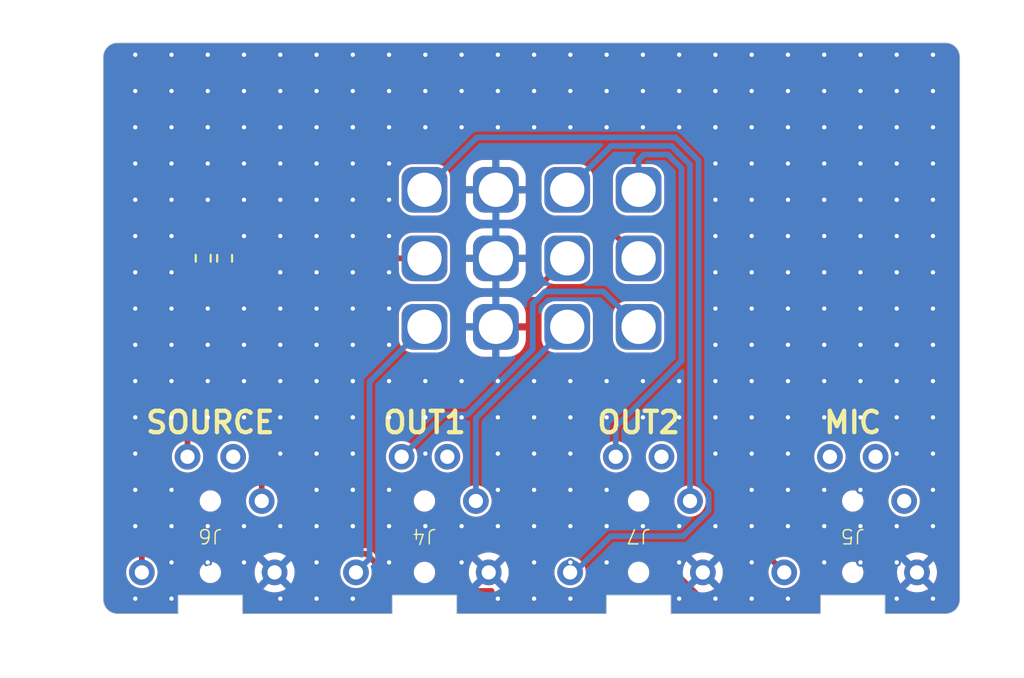
<source format=kicad_pcb>
(kicad_pcb (version 20221018) (generator pcbnew)
  (title_block (title "AUX SWITCH") (date "2023-08-06") (rev "v1.0") (company " cb-technology"))
  (layers (0 "F.Cu" signal) (31 "B.Cu" signal) (34 "B.Paste" user) (35 "F.Paste" user) (36 "B.SilkS" user "B.Silkscreen") (37 "F.SilkS" user "F.Silkscreen") (38 "B.Mask" user) (39 "F.Mask" user) (44 "Edge.Cuts" user))
  (net 0 "")
  (net 1 "/M_IN_SW")
  (net 2 "Net-(J4-G)")
  (net 3 "/L_IN")
  (net 4 "/R_IN")
  (net 5 "/M_OUT1")
  (net 6 "/L_OUT1")
  (net 7 "/M_OUT2")
  (net 8 "/L_OUT2")
  (net 9 "/R_OUT2")
  (net 10 "/M_MIC")
  (net 13 "/M_IN")
  (net 14 "/R_OUT1")
  (footprint "J_Connector:AudioJack_STX-35061-4T" (layer "F.Cu") (at 147.5 115 180)
    (fp_text reference "J6" (at 0 2.54 180 unlocked) (layer "F.SilkS") (effects (font (thickness 0.1))))
    (fp_text value "AudioJack_Stereo+Mic")
    (fp_line (start -2.25 -2.9) (end -5.5 -2.9) (stroke (width 0.05)) (layer "Edge.Cuts"))
    (fp_line (start -2.25 -2.9) (end -2.25 -1.6) (stroke (width 0.05)) (layer "Edge.Cuts"))
    (fp_line (start -2.25 -1.6) (end 2.25 -1.6) (stroke (width 0.05)) (layer "Edge.Cuts"))
    (fp_line (start 2.25 -2.9) (end 5.5 -2.9) (stroke (width 0.05)) (layer "Edge.Cuts"))
    (fp_line (start 2.25 -1.6) (end 2.25 -2.9) (stroke (width 0.05)) (layer "Edge.Cuts"))
    (pad "" np_thru_hole circle (at 0 0 180) (size 1 1) (drill 1) (layers "F&B.Cu" "*.Mask"))
    (pad "" np_thru_hole circle (at 0 5 180) (size 1 1) (drill 1) (layers "F&B.Cu" "*.Mask"))
    (pad "1" thru_hole circle (at 4.8 0 180) (size 1.8 1.8) (drill 1) (layers "*.Cu" "*.Mask") (net 13 "/M_IN"))
    (pad "2" thru_hole circle (at -3.6 5 180) (size 1.8 1.8) (drill 1) (layers "*.Cu" "*.Mask") (net 3 "/L_IN"))
    (pad "3" thru_hole circle (at 1.6 8.1 180) (size 1.8 1.8) (drill 1) (layers "*.Cu" "*.Mask") (net 4 "/R_IN"))
    (pad "4" thru_hole circle (at -4.5 0 180) (size 1.8 1.8) (drill 1) (layers "*.Cu" "*.Mask") (net 2 "Net-(J4-G)"))
    (pad "7" thru_hole circle (at -1.6 8.1 180) (size 1.8 1.8) (drill 1) (layers "*.Cu" "*.Mask"))
  )
  (footprint "R_Resistor:R_0603" (layer "F.Cu") (at 147 93 -90)
    (fp_text reference "R1" hide)
    (fp_text value "0R" hide)
    (fp_line (start -0.237258 -0.5225) (end 0.237258 -0.5225) (stroke (width 0.15)) (layer "F.SilkS"))
    (fp_line (start -0.237258 0.5225) (end 0.237258 0.5225) (stroke (width 0.15)) (layer "F.SilkS"))
    (pad "1" smd roundrect (at -0.825 0 270) (size 0.8 0.95) (layers "F.Cu" "F.Paste" "F.Mask") (net 1 "/M_IN_SW"))
    (pad "2" smd roundrect (at 0.825 0 270) (size 0.8 0.95) (layers "F.Cu" "F.Paste" "F.Mask") (net 13 "/M_IN"))
  )
  (footprint "J_Connector:Pins-2.54-1x4" (layer "F.Cu") (at 162.5 93 90)
    (fp_text reference "J1" hide)
    (fp_text value "Pins_2.54_1x4" hide)
    (pad "1" thru_hole roundrect (at 0 0 90) (size 3.2 3.2) (drill 2.4) (layers "*.Cu" "*.Mask") (net 1 "/M_IN_SW"))
    (pad "2" thru_hole roundrect (at 0 5 90) (size 3.2 3.2) (drill 2.4) (layers "*.Cu" "*.Mask") (net 2 "Net-(J4-G)"))
    (pad "3" thru_hole roundrect (at 0 10 90) (size 3.2 3.2) (drill 2.4) (layers "*.Cu" "*.Mask") (net 3 "/L_IN"))
    (pad "4" thru_hole roundrect (at 0 15 90) (size 3.2 3.2) (drill 2.4) (layers "*.Cu" "*.Mask") (net 4 "/R_IN"))
  )
  (footprint "R_Resistor:R_0603" (layer "F.Cu") (at 148.5 93 90)
    (fp_text reference "R2" hide)
    (fp_text value "0R" hide)
    (fp_line (start -0.237258 -0.5225) (end 0.237258 -0.5225) (stroke (width 0.15)) (layer "F.SilkS"))
    (fp_line (start -0.237258 0.5225) (end 0.237258 0.5225) (stroke (width 0.15)) (layer "F.SilkS"))
    (pad "1" smd roundrect (at -0.825 0 90) (size 0.8 0.95) (layers "F.Cu" "F.Paste" "F.Mask") (net 13 "/M_IN"))
    (pad "2" smd roundrect (at 0.825 0 90) (size 0.8 0.95) (layers "F.Cu" "F.Paste" "F.Mask") (net 10 "/M_MIC"))
  )
  (footprint "J_Connector:AudioJack_STX-35061-4T" (layer "F.Cu") (at 162.5 115 180)
    (fp_text reference "J4" (at 0 2.54 180 unlocked) (layer "F.SilkS") (effects (font (thickness 0.1))))
    (fp_text value "AudioJack_Stereo+Mic")
    (fp_line (start -2.25 -2.9) (end -5.5 -2.9) (stroke (width 0.05)) (layer "Edge.Cuts"))
    (fp_line (start -2.25 -2.9) (end -2.25 -1.6) (stroke (width 0.05)) (layer "Edge.Cuts"))
    (fp_line (start -2.25 -1.6) (end 2.25 -1.6) (stroke (width 0.05)) (layer "Edge.Cuts"))
    (fp_line (start 2.25 -2.9) (end 5.5 -2.9) (stroke (width 0.05)) (layer "Edge.Cuts"))
    (fp_line (start 2.25 -1.6) (end 2.25 -2.9) (stroke (width 0.05)) (layer "Edge.Cuts"))
    (pad "" np_thru_hole circle (at 0 0 180) (size 1 1) (drill 1) (layers "F&B.Cu" "*.Mask"))
    (pad "" np_thru_hole circle (at 0 5 180) (size 1 1) (drill 1) (layers "F&B.Cu" "*.Mask"))
    (pad "1" thru_hole circle (at 4.8 0 180) (size 1.8 1.8) (drill 1) (layers "*.Cu" "*.Mask") (net 5 "/M_OUT1"))
    (pad "2" thru_hole circle (at -3.6 5 180) (size 1.8 1.8) (drill 1) (layers "*.Cu" "*.Mask") (net 6 "/L_OUT1"))
    (pad "3" thru_hole circle (at 1.6 8.1 180) (size 1.8 1.8) (drill 1) (layers "*.Cu" "*.Mask") (net 14 "/R_OUT1"))
    (pad "4" thru_hole circle (at -4.5 0 180) (size 1.8 1.8) (drill 1) (layers "*.Cu" "*.Mask") (net 2 "Net-(J4-G)"))
    (pad "7" thru_hole circle (at -1.6 8.1 180) (size 1.8 1.8) (drill 1) (layers "*.Cu" "*.Mask"))
  )
  (footprint "J_Connector:AudioJack_STX-35061-4T" (layer "F.Cu") (at 177.5 115 180)
    (fp_text reference "J7" (at 0 2.54 180 unlocked) (layer "F.SilkS") (effects (font (thickness 0.1))))
    (fp_text value "AudioJack_Stereo+Mic")
    (fp_line (start -2.25 -2.9) (end -5.5 -2.9) (stroke (width 0.05)) (layer "Edge.Cuts"))
    (fp_line (start -2.25 -2.9) (end -2.25 -1.6) (stroke (width 0.05)) (layer "Edge.Cuts"))
    (fp_line (start -2.25 -1.6) (end 2.25 -1.6) (stroke (width 0.05)) (layer "Edge.Cuts"))
    (fp_line (start 2.25 -2.9) (end 5.5 -2.9) (stroke (width 0.05)) (layer "Edge.Cuts"))
    (fp_line (start 2.25 -1.6) (end 2.25 -2.9) (stroke (width 0.05)) (layer "Edge.Cuts"))
    (pad "" np_thru_hole circle (at 0 0 180) (size 1 1) (drill 1) (layers "F&B.Cu" "*.Mask"))
    (pad "" np_thru_hole circle (at 0 5 180) (size 1 1) (drill 1) (layers "F&B.Cu" "*.Mask"))
    (pad "1" thru_hole circle (at 4.8 0 180) (size 1.8 1.8) (drill 1) (layers "*.Cu" "*.Mask") (net 7 "/M_OUT2"))
    (pad "2" thru_hole circle (at -3.6 5 180) (size 1.8 1.8) (drill 1) (layers "*.Cu" "*.Mask") (net 8 "/L_OUT2"))
    (pad "3" thru_hole circle (at 1.6 8.1 180) (size 1.8 1.8) (drill 1) (layers "*.Cu" "*.Mask") (net 9 "/R_OUT2"))
    (pad "4" thru_hole circle (at -4.5 0 180) (size 1.8 1.8) (drill 1) (layers "*.Cu" "*.Mask") (net 2 "Net-(J4-G)"))
    (pad "7" thru_hole circle (at -1.6 8.1 180) (size 1.8 1.8) (drill 1) (layers "*.Cu" "*.Mask"))
  )
  (footprint "J_Connector:AudioJack_STX-35061-4T" (layer "F.Cu") (at 192.5 115 180)
    (fp_text reference "J5" (at 0 2.54 180 unlocked) (layer "F.SilkS") (effects (font (thickness 0.1))))
    (fp_text value "AudioJack_Stereo+Mic")
    (fp_line (start -2.25 -2.9) (end -5.5 -2.9) (stroke (width 0.05)) (layer "Edge.Cuts"))
    (fp_line (start -2.25 -2.9) (end -2.25 -1.6) (stroke (width 0.05)) (layer "Edge.Cuts"))
    (fp_line (start -2.25 -1.6) (end 2.25 -1.6) (stroke (width 0.05)) (layer "Edge.Cuts"))
    (fp_line (start 2.25 -2.9) (end 5.5 -2.9) (stroke (width 0.05)) (layer "Edge.Cuts"))
    (fp_line (start 2.25 -1.6) (end 2.25 -2.9) (stroke (width 0.05)) (layer "Edge.Cuts"))
    (pad "" np_thru_hole circle (at 0 0 180) (size 1 1) (drill 1) (layers "F&B.Cu" "*.Mask"))
    (pad "" np_thru_hole circle (at 0 5 180) (size 1 1) (drill 1) (layers "F&B.Cu" "*.Mask"))
    (pad "1" thru_hole circle (at 4.8 0 180) (size 1.8 1.8) (drill 1) (layers "*.Cu" "*.Mask") (net 10 "/M_MIC"))
    (pad "2" thru_hole circle (at -3.6 5 180) (size 1.8 1.8) (drill 1) (layers "*.Cu" "*.Mask"))
    (pad "3" thru_hole circle (at 1.6 8.1 180) (size 1.8 1.8) (drill 1) (layers "*.Cu" "*.Mask"))
    (pad "4" thru_hole circle (at -4.5 0 180) (size 1.8 1.8) (drill 1) (layers "*.Cu" "*.Mask") (net 2 "Net-(J4-G)"))
    (pad "7" thru_hole circle (at -1.6 8.1 180) (size 1.8 1.8) (drill 1) (layers "*.Cu" "*.Mask"))
  )
  (footprint "J_Connector:Pins-2.54-1x4" (layer "F.Cu") (at 162.5 88.2 90)
    (fp_text reference "J3" hide)
    (fp_text value "Pins_2.54_1x4" hide)
    (pad "1" thru_hole roundrect (at 0 0 90) (size 3.2 3.2) (drill 2.4) (layers "*.Cu" "*.Mask") (net 7 "/M_OUT2"))
    (pad "2" thru_hole roundrect (at 0 5 90) (size 3.2 3.2) (drill 2.4) (layers "*.Cu" "*.Mask") (net 2 "Net-(J4-G)"))
    (pad "3" thru_hole roundrect (at 0 10 90) (size 3.2 3.2) (drill 2.4) (layers "*.Cu" "*.Mask") (net 8 "/L_OUT2"))
    (pad "4" thru_hole roundrect (at 0 15 90) (size 3.2 3.2) (drill 2.4) (layers "*.Cu" "*.Mask") (net 9 "/R_OUT2"))
  )
  (footprint "J_Connector:Pins-2.54-1x4" (layer "F.Cu") (at 162.5 97.8 90)
    (fp_text reference "J2" hide)
    (fp_text value "Pins_2.54_1x4" hide)
    (pad "1" thru_hole roundrect (at 0 0 90) (size 3.2 3.2) (drill 2.4) (layers "*.Cu" "*.Mask") (net 5 "/M_OUT1"))
    (pad "2" thru_hole roundrect (at 0 5 90) (size 3.2 3.2) (drill 2.4) (layers "*.Cu" "*.Mask") (net 2 "Net-(J4-G)"))
    (pad "3" thru_hole roundrect (at 0 10 90) (size 3.2 3.2) (drill 2.4) (layers "*.Cu" "*.Mask") (net 6 "/L_OUT1"))
    (pad "4" thru_hole roundrect (at 0 15 90) (size 3.2 3.2) (drill 2.4) (layers "*.Cu" "*.Mask") (net 14 "/R_OUT1"))
  )
  (gr_line (start 157 117.9) (end 153 117.9) (stroke (width 0.05)) (layer "Edge.Cuts"))
  (gr_arc (start 199 77.9) (mid 199.707106 78.192894) (end 200 78.9) (stroke (width 0.05)) (layer "Edge.Cuts"))
  (gr_arc (start 200 116.9) (mid 199.707107 117.607106) (end 199 117.9) (stroke (width 0.05)) (layer "Edge.Cuts"))
  (gr_line (start 172 117.9) (end 168 117.9) (stroke (width 0.05)) (layer "Edge.Cuts"))
  (gr_line (start 200 116.9) (end 200 78.9) (stroke (width 0.05)) (layer "Edge.Cuts"))
  (gr_arc (start 140 78.9) (mid 140.292893 78.192894) (end 141 77.9) (stroke (width 0.05)) (layer "Edge.Cuts"))
  (gr_line (start 187 117.9) (end 183 117.9) (stroke (width 0.05)) (layer "Edge.Cuts"))
  (gr_line (start 198 117.9) (end 199 117.9) (stroke (width 0.05)) (layer "Edge.Cuts"))
  (gr_arc (start 141 117.9) (mid 140.292894 117.607107) (end 140 116.9) (stroke (width 0.05)) (layer "Edge.Cuts"))
  (gr_line (start 142 117.9) (end 141 117.9) (stroke (width 0.05)) (layer "Edge.Cuts"))
  (gr_line (start 199 77.9) (end 141 77.9) (stroke (width 0.05)) (layer "Edge.Cuts"))
  (gr_line (start 140 78.9) (end 140 116.9) (stroke (width 0.05)) (layer "Edge.Cuts"))
  (gr_text "MIC" (at 192.5 104.5) (layer "F.SilkS") (effects (font (size 1.5 1.5) (thickness 0.3) bold)))
  (gr_text "OUT1" (at 162.5 104.5) (layer "F.SilkS") (effects (font (size 1.5 1.5) (thickness 0.3) bold)))
  (gr_text "SOURCE" (at 147.5 104.5) (layer "F.SilkS") (effects (font (size 1.5 1.5) (thickness 0.3) bold)))
  (gr_text "OUT2" (at 177.5 104.5) (layer "F.SilkS") (effects (font (size 1.5 1.5) (thickness 0.3) bold)))
  (segment (start 147 91.9886) (end 147.8026 91.186) (width 0.4) (layer "F.Cu") (net 1))
  (segment (start 147.8026 91.186) (end 148.8694 91.186) (width 0.4) (layer "F.Cu") (net 1))
  (segment (start 148.8694 91.186) (end 150.6834 93) (width 0.4) (layer "F.Cu") (net 1))
  (segment (start 150.6834 93) (end 162.5 93) (width 0.4) (layer "F.Cu") (net 1))
  (segment (start 147 92.175) (end 147 91.9886) (width 0.4) (layer "F.Cu") (net 1))
  (via (at 170.18 116.84) (size 0.6) (drill 0.3) (layers "F.Cu" "B.Cu") (net 2))
  (via (at 180.34 83.82) (size 0.6) (drill 0.3) (layers "F.Cu" "B.Cu") (net 2))
  (via (at 172.72 106.68) (size 0.6) (drill 0.3) (layers "F.Cu" "B.Cu") (net 2))
  (via (at 165.1 83.82) (size 0.6) (drill 0.3) (layers "F.Cu" "B.Cu") (net 2))
  (via (at 193.04 114.3) (size 0.6) (drill 0.3) (layers "F.Cu" "B.Cu") (net 2))
  (via (at 160.02 81.28) (size 0.6) (drill 0.3) (layers "F.Cu" "B.Cu") (net 2))
  (via (at 198.12 96.52) (size 0.6) (drill 0.3) (layers "F.Cu" "B.Cu") (net 2))
  (via (at 142.24 116.84) (size 0.6) (drill 0.3) (layers "F.Cu" "B.Cu") (net 2))
  (via (at 187.96 111.76) (size 0.6) (drill 0.3) (layers "F.Cu" "B.Cu") (net 2))
  (via (at 167.64 78.74) (size 0.6) (drill 0.3) (layers "F.Cu" "B.Cu") (net 2))
  (via (at 170.18 78.74) (size 0.6) (drill 0.3) (layers "F.Cu" "B.Cu") (net 2))
  (via (at 172.72 78.74) (size 0.6) (drill 0.3) (layers "F.Cu" "B.Cu") (net 2))
  (via (at 162.56 106.68) (size 0.6) (drill 0.3) (layers "F.Cu" "B.Cu") (net 2))
  (via (at 147.32 104.14) (size 0.6) (drill 0.3) (layers "F.Cu" "B.Cu") (net 2))
  (via (at 142.24 78.74) (size 0.6) (drill 0.3) (layers "F.Cu" "B.Cu") (net 2))
  (via (at 154.94 116.84) (size 0.6) (drill 0.3) (layers "F.Cu" "B.Cu") (net 2))
  (via (at 144.78 96.52) (size 0.6) (drill 0.3) (layers "F.Cu" "B.Cu") (net 2))
  (via (at 185.42 88.9) (size 0.6) (drill 0.3) (layers "F.Cu" "B.Cu") (net 2))
  (via (at 144.78 101.6) (size 0.6) (drill 0.3) (layers "F.Cu" "B.Cu") (net 2))
  (via (at 160.02 83.82) (size 0.6) (drill 0.3) (layers "F.Cu" "B.Cu") (net 2))
  (via (at 152.4 101.6) (size 0.6) (drill 0.3) (layers "F.Cu" "B.Cu") (net 2))
  (via (at 144.78 83.82) (size 0.6) (drill 0.3) (layers "F.Cu" "B.Cu") (net 2))
  (via (at 190.5 78.74) (size 0.6) (drill 0.3) (layers "F.Cu" "B.Cu") (net 2))
  (via (at 185.42 111.76) (size 0.6) (drill 0.3) (layers "F.Cu" "B.Cu") (net 2))
  (via (at 187.96 101.6) (size 0.6) (drill 0.3) (layers "F.Cu" "B.Cu") (net 2))
  (via (at 182.88 104.14) (size 0.6) (drill 0.3) (layers "F.Cu" "B.Cu") (net 2))
  (via (at 142.24 111.76) (size 0.6) (drill 0.3) (layers "F.Cu" "B.Cu") (net 2))
  (via (at 193.04 101.6) (size 0.6) (drill 0.3) (layers "F.Cu" "B.Cu") (net 2))
  (via (at 142.24 88.9) (size 0.6) (drill 0.3) (layers "F.Cu" "B.Cu") (net 2))
  (via (at 157.48 93.98) (size 0.6) (drill 0.3) (layers "F.Cu" "B.Cu") (net 2))
  (via (at 165.1 114.3) (size 0.6) (drill 0.3) (layers "F.Cu" "B.Cu") (net 2))
  (via (at 154.94 109.22) (size 0.6) (drill 0.3) (layers "F.Cu" "B.Cu") (net 2))
  (via (at 195.58 78.74) (size 0.6) (drill 0.3) (layers "F.Cu" "B.Cu") (net 2))
  (via (at 185.42 101.6) (size 0.6) (drill 0.3) (layers "F.Cu" "B.Cu") (net 2))
  (via (at 157.48 83.82) (size 0.6) (drill 0.3) (layers "F.Cu" "B.Cu") (net 2))
  (via (at 177.8 78.74) (size 0.6) (drill 0.3) (layers "F.Cu" "B.Cu") (net 2))
  (via (at 154.94 99.06) (size 0.6) (drill 0.3) (layers "F.Cu" "B.Cu") (net 2))
  (via (at 152.4 106.68) (size 0.6) (drill 0.3) (layers "F.Cu" "B.Cu") (net 2))
  (via (at 195.58 86.36) (size 0.6) (drill 0.3) (layers "F.Cu" "B.Cu") (net 2))
  (via (at 198.12 104.14) (size 0.6) (drill 0.3) (layers "F.Cu" "B.Cu") (net 2))
  (via (at 177.8 81.28) (size 0.6) (drill 0.3) (layers "F.Cu" "B.Cu") (net 2))
  (via (at 170.18 106.68) (size 0.6) (drill 0.3) (layers "F.Cu" "B.Cu") (net 2))
  (via (at 144.78 116.84) (size 0.6) (drill 0.3) (layers "F.Cu" "B.Cu") (net 2))
  (via (at 142.24 86.36) (size 0.6) (drill 0.3) (layers "F.Cu" "B.Cu") (net 2))
  (via (at 152.4 99.06) (size 0.6) (drill 0.3) (layers "F.Cu" "B.Cu") (net 2))
  (via (at 182.88 81.28) (size 0.6) (drill 0.3) (layers "F.Cu" "B.Cu") (net 2))
  (via (at 185.42 116.84) (size 0.6) (drill 0.3) (layers "F.Cu" "B.Cu") (net 2))
  (via (at 147.32 83.82) (size 0.6) (drill 0.3) (layers "F.Cu" "B.Cu") (net 2))
  (via (at 149.86 91.44) (size 0.6) (drill 0.3) (layers "F.Cu" "B.Cu") (net 2))
  (via (at 149.86 111.76) (size 0.6) (drill 0.3) (layers "F.Cu" "B.Cu") (net 2))
  (via (at 154.94 78.74) (size 0.6) (drill 0.3) (layers "F.Cu" "B.Cu") (net 2))
  (via (at 195.58 91.44) (size 0.6) (drill 0.3) (layers "F.Cu" "B.Cu") (net 2))
  (via (at 144.78 99.06) (size 0.6) (drill 0.3) (layers "F.Cu" "B.Cu") (net 2))
  (via (at 185.42 78.74) (size 0.6) (drill 0.3) (layers "F.Cu" "B.Cu") (net 2))
  (via (at 172.72 109.22) (size 0.6) (drill 0.3) (layers "F.Cu" "B.Cu") (net 2))
  (via (at 187.96 104.14) (size 0.6) (drill 0.3) (layers "F.Cu" "B.Cu") (net 2))
  (via (at 177.8 104.14) (size 0.6) (drill 0.3) (layers "F.Cu" "B.Cu") (net 2))
  (via (at 152.4 91.44) (size 0.6) (drill 0.3) (layers "F.Cu" "B.Cu") (net 2))
  (via (at 160.02 109.22) (size 0.6) (drill 0.3) (layers "F.Cu" "B.Cu") (net 2))
  (via (at 182.88 83.82) (size 0.6) (drill 0.3) (layers "F.Cu" "B.Cu") (net 2))
  (via (at 149.86 101.6) (size 0.6) (drill 0.3) (layers "F.Cu" "B.Cu") (net 2))
  (via (at 190.5 81.28) (size 0.6) (drill 0.3) (layers "F.Cu" "B.Cu") (net 2))
  (via (at 152.4 81.28) (size 0.6) (drill 0.3) (layers "F.Cu" "B.Cu") (net 2))
  (via (at 154.94 114.3) (size 0.6) (drill 0.3) (layers "F.Cu" "B.Cu") (net 2))
  (via (at 195.58 106.68) (size 0.6) (drill 0.3) (layers "F.Cu" "B.Cu") (net 2))
  (via (at 193.04 91.44) (size 0.6) (drill 0.3) (layers "F.Cu" "B.Cu") (net 2))
  (via (at 187.96 81.28) (size 0.6) (drill 0.3) (layers "F.Cu" "B.Cu") (net 2))
  (via (at 187.96 91.44) (size 0.6) (drill 0.3) (layers "F.Cu" "B.Cu") (net 2))
  (via (at 190.5 101.6) (size 0.6) (drill 0.3) (layers "F.Cu" "B.Cu") (net 2))
  (via (at 182.88 83.82) (size 0.6) (drill 0.3) (layers "F.Cu" "B.Cu") (net 2))
  (via (at 162.56 101.6) (size 0.6) (drill 0.3) (layers "F.Cu" "B.Cu") (net 2))
  (via (at 182.88 88.9) (size 0.6) (drill 0.3) (layers "F.Cu" "B.Cu") (net 2))
  (via (at 147.32 81.28) (size 0.6) (drill 0.3) (layers "F.Cu" "B.Cu") (net 2))
  (via (at 172.72 114.3) (size 0.6) (drill 0.3) (layers "F.Cu" "B.Cu") (net 2))
  (via (at 180.34 101.6) (size 0.6) (drill 0.3) (layers "F.Cu" "B.Cu") (net 2))
  (via (at 190.5 83.82) (size 0.6) (drill 0.3) (layers "F.Cu" "B.Cu") (net 2))
  (via (at 157.48 88.9) (size 0.6) (drill 0.3) (layers "F.Cu" "B.Cu") (net 2))
  (via (at 172.72 101.6) (size 0.6) (drill 0.3) (layers "F.Cu" "B.Cu") (net 2))
  (via (at 198.12 81.28) (size 0.6) (drill 0.3) (layers "F.Cu" "B.Cu") (net 2))
  (via (at 187.96 86.36) (size 0.6) (drill 0.3) (layers "F.Cu" "B.Cu") (net 2))
  (via (at 167.64 111.76) (size 0.6) (drill 0.3) (layers "F.Cu" "B.Cu") (net 2))
  (via (at 144.78 78.74) (size 0.6) (drill 0.3) (layers "F.Cu" "B.Cu") (net 2))
  (via (at 170.18 101.6) (size 0.6) (drill 0.3) (layers "F.Cu" "B.Cu") (net 2))
  (via (at 157.48 81.28) (size 0.6) (drill 0.3) (layers "F.Cu" "B.Cu") (net 2))
  (via (at 182.88 101.6) (size 0.6) (drill 0.3) (layers "F.Cu" "B.Cu") (net 2))
  (via (at 144.78 104.14) (size 0.6) (drill 0.3) (layers "F.Cu" "B.Cu") (net 2))
  (via (at 152.4 83.82) (size 0.6) (drill 0.3) (layers "F.Cu" "B.Cu") (net 2))
  (via (at 182.88 106.68) (size 0.6) (drill 0.3) (layers "F.Cu" "B.Cu") (net 2))
  (via (at 144.78 109.22) (size 0.6) (drill 0.3) (layers "F.Cu" "B.Cu") (net 2))
  (via (at 193.04 96.52) (size 0.6) (drill 0.3) (layers "F.Cu" "B.Cu") (net 2))
  (via (at 190.5 109.22) (size 0.6) (drill 0.3) (layers "F.Cu" "B.Cu") (net 2))
  (via (at 152.4 104.14) (size 0.6) (drill 0.3) (layers "F.Cu" "B.Cu") (net 2))
  (via (at 187.96 106.68) (size 0.6) (drill 0.3) (layers "F.Cu" "B.Cu") (net 2))
  (via (at 144.78 114.3) (size 0.6) (drill 0.3) (layers "F.Cu" "B.Cu") (net 2))
  (via (at 154.94 96.52) (size 0.6) (drill 0.3) (layers "F.Cu" "B.Cu") (net 2))
  (via (at 180.34 104.14) (size 0.6) (drill 0.3) (layers "F.Cu" "B.Cu") (net 2))
  (via (at 142.24 96.52) (size 0.6) (drill 0.3) (layers "F.Cu" "B.Cu") (net 2))
  (via (at 142.24 104.14) (size 0.6) (drill 0.3) (layers "F.Cu" "B.Cu") (net 2))
  (via (at 154.94 93.98) (size 0.6) (drill 0.3) (layers "F.Cu" "B.Cu") (net 2))
  (via (at 142.24 81.28) (size 0.6) (drill 0.3) (layers "F.Cu" "B.Cu") (net 2))
  (via (at 195.58 104.14) (size 0.6) (drill 0.3) (layers "F.Cu" "B.Cu") (net 2))
  (via (at 198.12 91.44) (size 0.6) (drill 0.3) (layers "F.Cu" "B.Cu") (net 2))
  (via (at 170.18 114.3) (size 0.6) (drill 0.3) (layers "F.Cu" "B.Cu") (net 2))
  (via (at 154.94 104.14) (size 0.6) (drill 0.3) (layers "F.Cu" "B.Cu") (net 2))
  (via (at 175.26 111.76) (size 0.6) (drill 0.3) (layers "F.Cu" "B.Cu") (net 2))
  (via (at 185.42 91.44) (size 0.6) (drill 0.3) (layers "F.Cu" "B.Cu") (net 2))
  (via (at 157.48 91.44) (size 0.6) (drill 0.3) (layers "F.Cu" "B.Cu") (net 2))
  (via (at 147.32 88.9) (size 0.6) (drill 0.3) (layers "F.Cu" "B.Cu") (net 2))
  (via (at 180.34 114.3) (size 0.6) (drill 0.3) (layers "F.Cu" "B.Cu") (net 2))
  (via (at 193.04 78.74) (size 0.6) (drill 0.3) (layers "F.Cu" "B.Cu") (net 2))
  (via (at 160.02 101.6) (size 0.6) (drill 0.3) (layers "F.Cu" "B.Cu") (net 2))
  (via (at 160.02 93.98) (size 0.6) (drill 0.3) (layers "F.Cu" "B.Cu") (net 2))
  (via (at 157.48 106.68) (size 0.6) (drill 0.3) (layers "F.Cu" "B.Cu") (net 2))
  (via (at 195.58 88.9) (size 0.6) (drill 0.3) (layers "F.Cu" "B.Cu") (net 2))
  (via (at 142.24 83.82) (size 0.6) (drill 0.3) (layers "F.Cu" "B.Cu") (net 2))
  (via (at 198.12 88.9) (size 0.6) (drill 0.3) (layers "F.Cu" "B.Cu") (net 2))
  (via (at 157.48 106.68) (size 0.6) (drill 0.3) (layers "F.Cu" "B.Cu") (net 2))
  (via (at 157.48 111.76) (size 0.6) (drill 0.3) (layers "F.Cu" "B.Cu") (net 2))
  (via (at 157.48 109.22) (size 0.6) (drill 0.3) (layers "F.Cu" "B.Cu") (net 2))
  (via (at 182.88 116.84) (size 0.6) (drill 0.3) (layers "F.Cu" "B.Cu") (net 2))
  (via (at 198.12 99.06) (size 0.6) (drill 0.3) (layers "F.Cu" "B.Cu") (net 2))
  (via (at 193.04 83.82) (size 0.6) (drill 0.3) (layers "F.Cu" "B.Cu") (net 2))
  (via (at 157.48 86.36) (size 0.6) (drill 0.3) (layers "F.Cu" "B.Cu") (net 2))
  (via (at 190.5 114.3) (size 0.6) (drill 0.3) (layers "F.Cu" "B.Cu") (net 2))
  (via (at 147.32 111.76) (size 0.6) (drill 0.3) (layers "F.Cu" "B.Cu") (net 2))
  (via (at 154.94 106.68) (size 0.6) (drill 0.3) (layers "F.Cu" "B.Cu") (net 2))
  (via (at 154.94 88.9) (size 0.6) (drill 0.3) (layers "F.Cu" "B.Cu") (net 2))
  (via (at 162.56 81.28) (size 0.6) (drill 0.3) (layers "F.Cu" "B.Cu") (net 2))
  (via (at 165.1 111.76) (size 0.6) (drill 0.3) (layers "F.Cu" "B.Cu") (net 2))
  (via (at 182.88 81.28) (size 0.6) (drill 0.3) (layers "F.Cu" "B.Cu") (net 2))
  (via (at 175.26 101.6) (size 0.6) (drill 0.3) (layers "F.Cu" "B.Cu") (net 2))
  (via (at 182.88 91.44) (size 0.6) (drill 0.3) (layers "F.Cu" "B.Cu") (net 2))
  (via (at 172.72 116.84) (size 0.6) (drill 0.3) (layers "F.Cu" "B.Cu") (net 2))
  (via (at 165.1 78.74) (size 0.6) (drill 0.3) (layers "F.Cu" "B.Cu") (net 2))
  (via (at 195.58 99.06) (size 0.6) (drill 0.3) (layers "F.Cu" "B.Cu") (net 2))
  (via (at 162.56 104.14) (size 0.6) (drill 0.3) (layers "F.Cu" "B.Cu") (net 2))
  (via (at 162.56 83.82) (size 0.6) (drill 0.3) (layers "F.Cu" "B.Cu") (net 2))
  (via (at 182.88 111.76) (size 0.6) (drill 0.3) (layers "F.Cu" "B.Cu") (net 2))
  (via (at 198.12 78.74) (size 0.6) (drill 0.3) (layers "F.Cu" "B.Cu") (net 2))
  (via (at 167.64 83.82) (size 0.6) (drill 0.3) (layers "F.Cu" "B.Cu") (net 2))
  (via (at 198.12 106.68) (size 0.6) (drill 0.3) (layers "F.Cu" "B.Cu") (net 2))
  (via (at 154.94 83.82) (size 0.6) (drill 0.3) (layers "F.Cu" "B.Cu") (net 2))
  (via (at 147.32 96.52) (size 0.6) (drill 0.3) (layers "F.Cu" "B.Cu") (net 2))
  (via (at 190.5 88.9) (size 0.6) (drill 0.3) (layers "F.Cu" "B.Cu") (net 2))
  (via (at 160.02 91.44) (size 0.6) (drill 0.3) (layers "F.Cu" "B.Cu") (net 2))
  (via (at 147.32 114.3) (size 0.6) (drill 0.3) (layers "F.Cu" "B.Cu") (net 2))
  (via (at 180.34 78.74) (size 0.6) (drill 0.3) (layers "F.Cu" "B.Cu") (net 2))
  (via (at 172.72 104.14) (size 0.6) (drill 0.3) (layers "F.Cu" "B.Cu") (net 2))
  (via (at 149.86 99.06) (size 0.6) (drill 0.3) (layers "F.Cu" "B.Cu") (net 2))
  (via (at 175.26 81.28) (size 0.6) (drill 0.3) (layers "F.Cu" "B.Cu") (net 2))
  (via (at 160.02 88.9) (size 0.6) (drill 0.3) (layers "F.Cu" "B.Cu") (net 2))
  (via (at 193.04 88.9) (size 0.6) (drill 0.3) (layers "F.Cu" "B.Cu") (net 2))
  (via (at 185.42 114.3) (size 0.6) (drill 0.3) (layers "F.Cu" "B.Cu") (net 2))
  (via (at 177.8 83.82) (size 0.6) (drill 0.3) (layers "F.Cu" "B.Cu") (net 2))
  (via (at 175.26 78.74) (size 0.6) (drill 0.3) (layers "F.Cu" "B.Cu") (net 2))
  (via (at 160.02 104.14) (size 0.6) (drill 0.3) (layers "F.Cu" "B.Cu") (net 2))
  (via (at 190.5 99.06) (size 0.6) (drill 0.3) (layers "F.Cu" "B.Cu") (net 2))
  (via (at 162.56 78.74) (size 0.6) (drill 0.3) (layers "F.Cu" "B.Cu") (net 2))
  (via (at 152.4 78.74) (size 0.6) (drill 0.3) (layers "F.Cu" "B.Cu") (net 2))
  (via (at 144.78 111.76) (size 0.6) (drill 0.3) (layers "F.Cu" "B.Cu") (net 2))
  (via (at 190.5 111.76) (size 0.6) (drill 0.3) (layers "F.Cu" "B.Cu") (net 2))
  (via (at 190.5 104.14) (size 0.6) (drill 0.3) (layers "F.Cu" "B.Cu") (net 2))
  (via (at 157.48 116.84) (size 0.6) (drill 0.3) (layers "F.Cu" "B.Cu") (net 2))
  (via (at 190.5 91.44) (size 0.6) (drill 0.3) (layers "F.Cu" "B.Cu") (net 2))
  (via (at 157.48 104.14) (size 0.6) (drill 0.3) (layers "F.Cu" "B.Cu") (net 2))
  (via (at 157.48 99.06) (size 0.6) (drill 0.3) (layers "F.Cu" "B.Cu") (net 2))
  (via (at 157.48 101.6) (size 0.6) (drill 0.3) (layers "F.Cu" "B.Cu") (net 2))
  (via (at 167.64 81.28) (size 0.6) (drill 0.3) (layers "F.Cu" "B.Cu") (net 2))
  (via (at 152.4 93.98) (size 0.6) (drill 0.3) (layers "F.Cu" "B.Cu") (net 2))
  (via (at 193.04 99.06) (size 0.6) (drill 0.3) (layers "F.Cu" "B.Cu") (net 2))
  (via (at 157.48 104.14) (size 0.6) (drill 0.3) (layers "F.Cu" "B.Cu") (net 2))
  (via (at 142.24 93.98) (size 0.6) (drill 0.3) (layers "F.Cu" "B.Cu") (net 2))
  (via (at 154.94 111.76) (size 0.6) (drill 0.3) (layers "F.Cu" "B.Cu") (net 2))
  (via (at 157.48 109.22) (size 0.6) (drill 0.3) (layers "F.Cu" "B.Cu") (net 2))
  (via (at 162.56 111.76) (size 0.6) (drill 0.3) (layers "F.Cu" "B.Cu") (net 2))
  (via (at 157.48 111.76) (size 0.6) (drill 0.3) (layers "F.Cu" "B.Cu") (net 2))
  (via (at 175.26 109.22) (size 0.6) (drill 0.3) (layers "F.Cu" "B.Cu") (net 2))
  (via (at 187.96 93.98) (size 0.6) (drill 0.3) (layers "F.Cu" "B.Cu") (net 2))
  (via (at 144.78 93.98) (size 0.6) (drill 0.3) (layers "F.Cu" "B.Cu") (net 2))
  (via (at 185.42 96.52) (size 0.6) (drill 0.3) (layers "F.Cu" "B.Cu") (net 2))
  (via (at 193.04 93.98) (size 0.6) (drill 0.3) (layers "F.Cu" "B.Cu") (net 2))
  (via (at 154.94 86.36) (size 0.6) (drill 0.3) (layers "F.Cu" "B.Cu") (net 2))
  (via (at 195.58 96.52) (size 0.6) (drill 0.3) (layers "F.Cu" "B.Cu") (net 2))
  (via (at 177.8 101.6) (size 0.6) (drill 0.3) (layers "F.Cu" "B.Cu") (net 2))
  (via (at 149.86 78.74) (size 0.6) (drill 0.3) (layers "F.Cu" "B.Cu") (net 2))
  (via (at 172.72 83.82) (size 0.6) (drill 0.3) (layers "F.Cu" "B.Cu") (net 2))
  (via (at 182.88 96.52) (size 0.6) (drill 0.3) (layers "F.Cu" "B.Cu") (net 2))
  (via (at 144.78 88.9) (size 0.6) (drill 0.3) (layers "F.Cu" "B.Cu") (net 2))
  (via (at 157.48 83.82) (size 0.6) (drill 0.3) (layers "F.Cu" "B.Cu") (net 2))
  (via (at 142.24 106.68) (size 0.6) (drill 0.3) (layers "F.Cu" "B.Cu") (net 2))
  (via (at 187.96 88.9) (size 0.6) (drill 0.3) (layers "F.Cu" "B.Cu") (net 2))
  (via (at 187.96 109.22) (size 0.6) (drill 0.3) (layers "F.Cu" "B.Cu") (net 2))
  (via (at 152.4 96.52) (size 0.6) (drill 0.3) (layers "F.Cu" "B.Cu") (net 2))
  (via (at 157.48 78.74) (size 0.6) (drill 0.3) (layers "F.Cu" "B.Cu") (net 2))
  (via (at 160.02 86.36) (size 0.6) (drill 0.3) (layers "F.Cu" "B.Cu") (net 2))
  (via (at 198.12 111.76) (size 0.6) (drill 0.3) (layers "F.Cu" "B.Cu") (net 2))
  (via (at 185.42 83.82) (size 0.6) (drill 0.3) (layers "F.Cu" "B.Cu") (net 2))
  (via (at 182.88 86.36) (size 0.6) (drill 0.3) (layers "F.Cu" "B.Cu") (net 2))
  (via (at 170.18 83.82) (size 0.6) (drill 0.3) (layers "F.Cu" "B.Cu") (net 2))
  (via (at 195.58 81.28) (size 0.6) (drill 0.3) (layers "F.Cu" "B.Cu") (net 2))
  (via (at 195.58 83.82) (size 0.6) (drill 0.3) (layers "F.Cu" "B.Cu") (net 2))
  (via (at 182.88 99.06) (size 0.6) (drill 0.3) (layers "F.Cu" "B.Cu") (net 2))
  (via (at 149.86 114.3) (size 0.6) (drill 0.3) (layers "F.Cu" "B.Cu") (net 2))
  (via (at 198.12 86.36) (size 0.6) (drill 0.3) (layers "F.Cu" "B.Cu") (net 2))
  (via (at 170.18 109.22) (size 0.6) (drill 0.3) (layers "F.Cu" "B.Cu") (net 2))
  (via (at 170.18 111.76) (size 0.6) (drill 0.3) (layers "F.Cu" "B.Cu") (net 2))
  (via (at 185.42 106.68) (size 0.6) (drill 0.3) (layers "F.Cu" "B.Cu") (net 2))
  (via (at 154.94 101.6) (size 0.6) (drill 0.3) (layers "F.Cu" "B.Cu") (net 2))
  (via (at 167.64 101.6) (size 0.6) (drill 0.3) (layers "F.Cu" "B.Cu") (net 2))
  (via (at 165.1 104.14) (size 0.6) (drill 0.3) (layers "F.Cu" "B.Cu") (net 2))
  (via (at 177.8 111.76) (size 0.6) (drill 0.3) (layers "F.Cu" "B.Cu") (net 2))
  (via (at 190.5 86.36) (size 0.6) (drill 0.3) (layers "F.Cu" "B.Cu") (net 2))
  (via (at 187.96 78.74) (size 0.6) (drill 0.3) (layers "F.Cu" "B.Cu") (net 2))
  (via (at 152.4 116.84) (size 0.6) (drill 0.3) (layers "F.Cu" "B.Cu") (net 2))
  (via (at 172.72 111.76) (size 0.6) (drill 0.3) (layers "F.Cu" "B.Cu") (net 2))
  (via (at 195.58 114.3) (size 0.6) (drill 0.3) (layers "F.Cu" "B.Cu") (net 2))
  (via (at 193.04 109.22) (size 0.6) (drill 0.3) (layers "F.Cu" "B.Cu") (net 2))
  (via (at 193.04 104.14) (size 0.6) (drill 0.3) (layers "F.Cu" "B.Cu") (net 2))
  (via (at 198.12 116.84) (size 0.6) (drill 0.3) (layers "F.Cu" "B.Cu") (net 2))
  (via (at 144.78 86.36) (size 0.6) (drill 0.3) (layers "F.Cu" "B.Cu") (net 2))
  (via (at 167.64 116.84) (size 0.6) (drill 0.3) (layers "F.Cu" "B.Cu") (net 2))
  (via (at 157.48 101.6) (size 0.6) (drill 0.3) (layers "F.Cu" "B.Cu") (net 2))
  (via (at 154.94 81.28) (size 0.6) (drill 0.3) (layers "F.Cu" "B.Cu") (net 2))
  (via (at 175.26 114.3) (size 0.6) (drill 0.3) (layers "F.Cu" "B.Cu") (net 2))
  (via (at 195.58 101.6) (size 0.6) (drill 0.3) (layers "F.Cu" "B.Cu") (net 2))
  (via (at 185.42 109.22) (size 0.6) (drill 0.3) (layers "F.Cu" "B.Cu") (net 2))
  (via (at 165.1 81.28) (size 0.6) (drill 0.3) (layers "F.Cu" "B.Cu") (net 2))
  (via (at 198.12 101.6) (size 0.6) (drill 0.3) (layers "F.Cu" "B.Cu") (net 2))
  (via (at 182.88 93.98) (size 0.6) (drill 0.3) (layers "F.Cu" "B.Cu") (net 2))
  (via (at 167.64 109.22) (size 0.6) (drill 0.3) (layers "F.Cu" "B.Cu") (net 2))
  (via (at 180.34 81.28) (size 0.6) (drill 0.3) (layers "F.Cu" "B.Cu") (net 2))
  (via (at 180.34 111.76) (size 0.6) (drill 0.3) (layers "F.Cu" "B.Cu") (net 2))
  (via (at 190.5 93.98) (size 0.6) (drill 0.3) (layers "F.Cu" "B.Cu") (net 2))
  (via (at 152.4 111.76) (size 0.6) (drill 0.3) (layers "F.Cu" "B.Cu") (net 2))
  (via (at 157.48 116.84) (size 0.6) (drill 0.3) (layers "F.Cu" "B.Cu") (net 2))
  (via (at 142.24 101.6) (size 0.6) (drill 0.3) (layers "F.Cu" "B.Cu") (net 2))
  (via (at 147.32 99.06) (size 0.6) (drill 0.3) (layers "F.Cu" "B.Cu") (net 2))
  (via (at 185.42 86.36) (size 0.6) (drill 0.3) (layers "F.Cu" "B.Cu") (net 2))
  (via (at 198.12 109.22) (size 0.6) (drill 0.3) (layers "F.Cu" "B.Cu") (net 2))
  (via (at 193.04 81.28) (size 0.6) (drill 0.3) (layers "F.Cu" "B.Cu") (net 2))
  (via (at 180.34 116.84) (size 0.6) (drill 0.3) (layers "F.Cu" "B.Cu") (net 2))
  (via (at 185.42 81.28) (size 0.6) (drill 0.3) (layers "F.Cu" "B.Cu") (net 2))
  (via (at 149.86 86.36) (size 0.6) (drill 0.3) (layers "F.Cu" "B.Cu") (net 2))
  (via (at 152.4 88.9) (size 0.6) (drill 0.3) (layers "F.Cu" "B.Cu") (net 2))
  (via (at 149.86 83.82) (size 0.6) (drill 0.3) (layers "F.Cu" "B.Cu") (net 2))
  (via (at 144.78 91.44) (size 0.6) (drill 0.3) (layers "F.Cu" "B.Cu") (net 2))
  (via (at 198.12 83.82) (size 0.6) (drill 0.3) (layers "F.Cu" "B.Cu") (net 2))
  (via (at 142.24 99.06) (size 0.6) (drill 0.3) (layers "F.Cu" "B.Cu") (net 2))
  (via (at 160.02 111.76) (size 0.6) (drill 0.3) (layers "F.Cu" "B.Cu") (net 2))
  (via (at 175.26 104.14) (size 0.6) (drill 0.3) (layers "F.Cu" "B.Cu") (net 2))
  (via (at 142.24 91.44) (size 0.6) (drill 0.3) (layers "F.Cu" "B.Cu") (net 2))
  (via (at 185.42 99.06) (size 0.6) (drill 0.3) (layers "F.Cu" "B.Cu") (net 2))
  (via (at 182.88 78.74) (size 0.6) (drill 0.3) (layers "F.Cu" "B.Cu") (net 2))
  (via (at 149.86 81.28) (size 0.6) (drill 0.3) (layers "F.Cu" "B.Cu") (net 2))
  (via (at 172.72 81.28) (size 0.6) (drill 0.3) (layers "F.Cu" "B.Cu") (net 2))
  (via (at 187.96 116.84) (size 0.6) (drill 0.3) (layers "F.Cu" "B.Cu") (net 2))
  (via (at 147.32 86.36) (size 0.6) (drill 0.3) (layers "F.Cu" "B.Cu") (net 2))
  (via (at 160.02 78.74) (size 0.6) (drill 0.3) (layers "F.Cu" "B.Cu") (net 2))
  (via (at 157.48 96.52) (size 0.6) (drill 0.3) (layers "F.Cu" "B.Cu") (net 2))
  (via (at 170.18 104.14) (size 0.6) (drill 0.3) (layers "F.Cu" "B.Cu") (net 2))
  (via (at 149.86 104.14) (size 0.6) (drill 0.3) (layers "F.Cu" "B.Cu") (net 2))
  (via (at 187.96 99.06) (size 0.6) (drill 0.3) (layers "F.Cu" "B.Cu") (net 2))
  (via (at 142.24 109.22) (size 0.6) (drill 0.3) (layers "F.Cu" "B.Cu") (net 2))
  (via (at 147.32 78.74) (size 0.6) (drill 0.3) (layers "F.Cu" "B.Cu") (net 2))
  (via (at 195.58 93.98) (size 0.6) (drill 0.3) (layers "F.Cu" "B.Cu") (net 2))
  (via (at 193.04 86.36) (size 0.6) (drill 0.3) (layers "F.Cu" "B.Cu") (net 2))
  (via (at 149.86 96.52) (size 0.6) (drill 0.3) (layers "F.Cu" "B.Cu") (net 2))
  (via (at 190.5 96.52) (size 0.6) (drill 0.3) (layers "F.Cu" "B.Cu") (net 2))
  (via (at 195.58 116.84) (size 0.6) (drill 0.3) (layers "F.Cu" "B.Cu") (net 2))
  (via (at 160.02 99.06) (size 0.6) (drill 0.3) (layers "F.Cu" "B.Cu") (net 2))
  (via (at 149.86 88.9) (size 0.6) (drill 0.3) (layers "F.Cu" "B.Cu") (net 2))
  (via (at 144.78 81.28) (size 0.6) (drill 0.3) (layers "F.Cu" "B.Cu") (net 2))
  (via (at 195.58 111.76) (size 0.6) (drill 0.3) (layers "F.Cu" "B.Cu") (net 2))
  (via (at 167.64 106.68) (size 0.6) (drill 0.3) (layers "F.Cu" "B.Cu") (net 2))
  (via (at 152.4 86.36) (size 0.6) (drill 0.3) (layers "F.Cu" "B.Cu") (net 2))
  (via (at 185.42 104.14) (size 0.6) (drill 0.3) (layers "F.Cu" "B.Cu") (net 2))
  (via (at 187.96 96.52) (size 0.6) (drill 0.3) (layers "F.Cu" "B.Cu") (net 2))
  (via (at 170.18 81.28) (size 0.6) (drill 0.3) (layers "F.Cu" "B.Cu") (net 2))
  (via (at 147.32 101.6) (size 0.6) (drill 0.3) (layers "F.Cu" "B.Cu") (net 2))
  (via (at 198.12 93.98) (size 0.6) (drill 0.3) (layers "F.Cu" "B.Cu") (net 2))
  (via (at 160.02 114.3) (size 0.6) (drill 0.3) (layers "F.Cu" "B.Cu") (net 2))
  (via (at 165.1 101.6) (size 0.6) (drill 0.3) (layers "F.Cu" "B.Cu") (net 2))
  (via (at 167.64 104.14) (size 0.6) (drill 0.3) (layers "F.Cu" "B.Cu") (net 2))
  (via (at 160.02 96.52) (size 0.6) (drill 0.3) (layers "F.Cu" "B.Cu") (net 2))
  (via (at 154.94 91.44) (size 0.6) (drill 0.3) (layers "F.Cu" "B.Cu") (net 2))
  (via (at 185.42 93.98) (size 0.6) (drill 0.3) (layers "F.Cu" "B.Cu") (net 2))
  (via (at 175.26 83.82) (size 0.6) (drill 0.3) (layers "F.Cu" "B.Cu") (net 2))
  (via (at 193.04 111.76) (size 0.6) (drill 0.3) (layers "F.Cu" "B.Cu") (net 2))
  (via (at 187.96 83.82) (size 0.6) (drill 0.3) (layers "F.Cu" "B.Cu") (net 2))
  (segment (start 172.5 93) (end 170.1992 95.3008) (width 0.4) (layer "F.Cu") (net 3))
  (segment (start 152.1968 95.3008) (end 151.1 96.3976) (width 0.4) (layer "F.Cu") (net 3))
  (segment (start 170.1992 95.3008) (end 152.1968 95.3008) (width 0.4) (layer "F.Cu") (net 3))
  (segment (start 151.1 96.3976) (end 151.1 110) (width 0.4) (layer "F.Cu") (net 3))
  (segment (start 147.066 90.551) (end 145.9 91.717) (width 0.4) (layer "F.Cu") (net 4))
  (segment (start 175.051 90.551) (end 147.066 90.551) (width 0.4) (layer "F.Cu") (net 4))
  (segment (start 177.5 93) (end 175.051 90.551) (width 0.4) (layer "F.Cu") (net 4))
  (segment (start 145.9 91.717) (end 145.9 106.9) (width 0.4) (layer "F.Cu") (net 4))
  (segment (start 157.7 115) (end 158.6484 114.0516) (width 0.4) (layer "B.Cu") (net 5))
  (segment (start 158.6484 114.0516) (end 158.6484 101.6516) (width 0.4) (layer "B.Cu") (net 5))
  (segment (start 158.6484 101.6516) (end 162.5 97.8) (width 0.4) (layer "B.Cu") (net 5))
  (segment (start 166.1 110) (end 166.1 104.2) (width 0.4) (layer "B.Cu") (net 6))
  (segment (start 166.1 104.2) (end 172.5 97.8) (width 0.4) (layer "B.Cu") (net 6))
  (segment (start 180.62995 112.46) (end 182.4 110.68995) (width 0.4) (layer "B.Cu") (net 7))
  (segment (start 182.4 109.461522) (end 181.7 108.761522) (width 0.4) (layer "B.Cu") (net 7))
  (segment (start 173.00995 115) (end 175.54995 112.46) (width 0.4) (layer "B.Cu") (net 7))
  (segment (start 172.7 115) (end 173.00995 115) (width 0.4) (layer "B.Cu") (net 7))
  (segment (start 182.4 110.68995) (end 182.4 109.461522) (width 0.4) (layer "B.Cu") (net 7))
  (segment (start 181.7 86.1452) (end 180.086 84.5312) (width 0.4) (layer "B.Cu") (net 7))
  (segment (start 175.54995 112.46) (end 180.62995 112.46) (width 0.4) (layer "B.Cu") (net 7))
  (segment (start 166.1688 84.5312) (end 162.5 88.2) (width 0.4) (layer "B.Cu") (net 7))
  (segment (start 181.7 108.761522) (end 181.7 86.1452) (width 0.4) (layer "B.Cu") (net 7))
  (segment (start 180.086 84.5312) (end 166.1688 84.5312) (width 0.4) (layer "B.Cu") (net 7))
  (segment (start 181.1 86.4342) (end 179.797 85.1312) (width 0.4) (layer "B.Cu") (net 8))
  (segment (start 179.797 85.1312) (end 175.5688 85.1312) (width 0.4) (layer "B.Cu") (net 8))
  (segment (start 175.5688 85.1312) (end 172.5 88.2) (width 0.4) (layer "B.Cu") (net 8))
  (segment (start 181.1 110) (end 181.1 86.4342) (width 0.4) (layer "B.Cu") (net 8))
  (segment (start 177.87 85.7312) (end 179.548472 85.7312) (width 0.4) (layer "B.Cu") (net 9))
  (segment (start 175.9 105.2322) (end 175.9 106.9) (width 0.4) (layer "B.Cu") (net 9))
  (segment (start 177.4952 86.106) (end 177.87 85.7312) (width 0.4) (layer "B.Cu") (net 9))
  (segment (start 177.5 86.1108) (end 177.4952 86.106) (width 0.4) (layer "B.Cu") (net 9))
  (segment (start 175.9 104.7954) (end 175.9 105.2322) (width 0.4) (layer "B.Cu") (net 9))
  (segment (start 180.5 86.682728) (end 180.5 100.1954) (width 0.4) (layer "B.Cu") (net 9))
  (segment (start 177.5 88.2) (end 177.5 86.1108) (width 0.4) (layer "B.Cu") (net 9))
  (segment (start 180.5 100.1954) (end 175.9 104.7954) (width 0.4) (layer "B.Cu") (net 9))
  (segment (start 179.548472 85.7312) (end 180.5 86.682728) (width 0.4) (layer "B.Cu") (net 9))
  (segment (start 158.43005 113.7) (end 157.161522 113.7) (width 0.4) (layer "F.Cu") (net 10))
  (segment (start 166.94 117.12995) (end 166.94 116.55005) (width 0.4) (layer "F.Cu") (net 10))
  (segment (start 167.19005 116.3) (end 161.03005 116.3) (width 0.4) (layer "F.Cu") (net 10))
  (segment (start 147.8 107.461522) (end 147.8 106.3524) (width 0.4) (layer "F.Cu") (net 10))
  (segment (start 153.851472 114.58995) (end 149.8 110.538478) (width 0.4) (layer "F.Cu") (net 10))
  (segment (start 149.5298 94.118728) (end 149.5298 93.2048) (width 0.4) (layer "F.Cu") (net 10))
  (segment (start 155.22995 115) (end 154.65005 115) (width 0.4) (layer "F.Cu") (net 10))
  (segment (start 148.59 95.0468) (end 149.0118 94.625) (width 0.4) (layer "F.Cu") (net 10))
  (segment (start 187.7 115) (end 186.4 113.7) (width 0.4) (layer "F.Cu") (net 10))
  (segment (start 155.37115 113.7412) (end 155.64 114.01005) (width 0.4) (layer "F.Cu") (net 10))
  (segment (start 149.023528 94.625) (end 149.5298 94.118728) (width 0.4) (layer "F.Cu") (net 10))
  (segment (start 155.64 114.01005) (end 155.64 114.58995) (width 0.4) (layer "F.Cu") (net 10))
  (segment (start 186.4 113.7) (end 186.4 114.30995) (width 0.4) (layer "F.Cu") (net 10))
  (segment (start 173.00995 117.54) (end 167.35005 117.54) (width 0.4) (layer "F.Cu") (net 10))
  (segment (start 149.8 109.461522) (end 147.8 107.461522) (width 0.4) (layer "F.Cu") (net 10))
  (segment (start 182.59005 117.54) (end 179.0601 114.01005) (width 0.4) (layer "F.Cu") (net 10))
  (segment (start 161.03005 116.3) (end 158.43005 113.7) (width 0.4) (layer "F.Cu") (net 10))
  (segment (start 154.65005 115) (end 154.24 114.58995) (width 0.4) (layer "F.Cu") (net 10))
  (segment (start 157.120322 113.7412) (end 155.37115 113.7412) (width 0.4) (layer "F.Cu") (net 10))
  (segment (start 167.35005 117.54) (end 166.94 117.12995) (width 0.4) (layer "F.Cu") (net 10))
  (segment (start 176.5399 114.01005) (end 173.00995 117.54) (width 0.4) (layer "F.Cu") (net 10))
  (segment (start 149.8 110.538478) (end 149.8 109.461522) (width 0.4) (layer "F.Cu") (net 10))
  (segment (start 148.59 105.5624) (end 148.59 95.0468) (width 0.4) (layer "F.Cu") (net 10))
  (segment (start 149.5298 93.2048) (end 148.5 92.175) (width 0.4) (layer "F.Cu") (net 10))
  (segment (start 147.8 106.3524) (end 148.59 105.5624) (width 0.4) (layer "F.Cu") (net 10))
  (segment (start 157.161522 113.7) (end 157.120322 113.7412) (width 0.4) (layer "F.Cu") (net 10))
  (segment (start 186.4 114.30995) (end 183.16995 117.54) (width 0.4) (layer "F.Cu") (net 10))
  (segment (start 155.64 114.58995) (end 155.22995 115) (width 0.4) (layer "F.Cu") (net 10))
  (segment (start 149.0118 94.625) (end 149.023528 94.625) (width 0.4) (layer "F.Cu") (net 10))
  (segment (start 179.0601 114.01005) (end 176.5399 114.01005) (width 0.4) (layer "F.Cu") (net 10))
  (segment (start 183.16995 117.54) (end 182.59005 117.54) (width 0.4) (layer "F.Cu") (net 10))
  (segment (start 166.94 116.55005) (end 167.19005 116.3) (width 0.4) (layer "F.Cu") (net 10))
  (segment (start 154.24 114.58995) (end 153.851472 114.58995) (width 0.4) (layer "F.Cu") (net 10))
  (segment (start 146.5 105.661522) (end 146.5 94.325) (width 0.4) (layer "F.Cu") (net 13))
  (segment (start 148.5 93.825) (end 147 93.825) (width 0.4) (layer "F.Cu") (net 13))
  (segment (start 147.2 108.0192) (end 147.2 106.361522) (width 0.4) (layer "F.Cu") (net 13))
  (segment (start 146.5 94.325) (end 147 93.825) (width 0.4) (layer "F.Cu") (net 13))
  (segment (start 147.2 106.361522) (end 146.5 105.661522) (width 0.4) (layer "F.Cu") (net 13))
  (segment (start 142.7 112.5192) (end 147.2 108.0192) (width 0.4) (layer "F.Cu") (net 13))
  (segment (start 142.7 115) (end 142.7 112.5192) (width 0.4) (layer "F.Cu") (net 13))
  (segment (start 175.0262 95.3262) (end 170.942 95.3262) (width 0.4) (layer "B.Cu") (net 14))
  (segment (start 165.5 103.951472) (end 165.485328 103.9368) (width 0.4) (layer "B.Cu") (net 14))
  (segment (start 165.485328 103.9368) (end 163.8632 103.9368) (width 0.4) (layer "B.Cu") (net 14))
  (segment (start 163.8632 103.9368) (end 160.9 106.9) (width 0.4) (layer "B.Cu") (net 14))
  (segment (start 170.0784 96.1898) (end 170.0784 99.373072) (width 0.4) (layer "B.Cu") (net 14))
  (segment (start 170.0784 99.373072) (end 165.5 103.951472) (width 0.4) (layer "B.Cu") (net 14))
  (segment (start 170.942 95.3262) (end 170.0784 96.1898) (width 0.4) (layer "B.Cu") (net 14))
  (segment (start 177.5 97.8) (end 175.0262 95.3262) (width 0.4) (layer "B.Cu") (net 14))
  (zone (net 2) (net_name "Net-(J4-G)") (layers "F&B.Cu") (connect_pads (clearance 0.2)) (min_thickness 0.25) (fill yes (thermal_gap 0.5) (thermal_bridge_width 0.5))
    (polygon (pts (xy 139.1412 76.327) (xy 204.4954 74.9046) (xy 204.089 121.0818) (xy 132.7658 122.4026)))
  )
)
</source>
